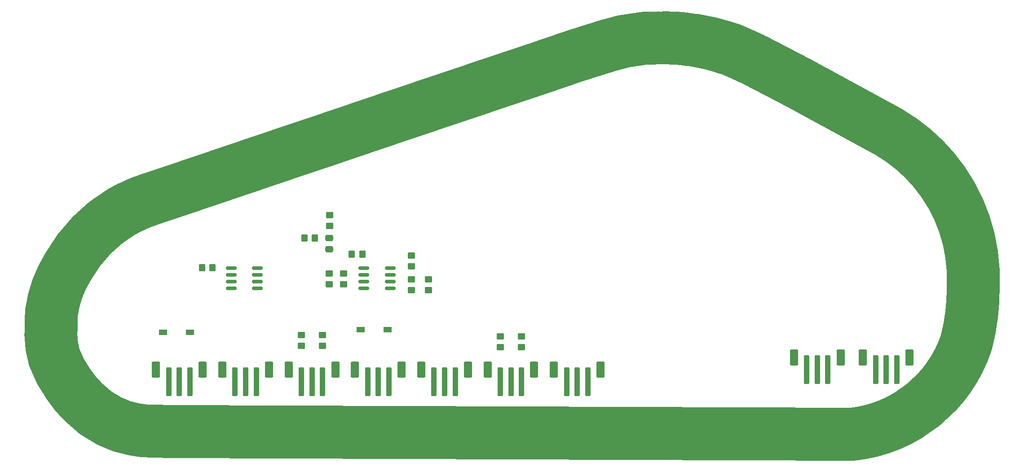
<source format=gbr>
%TF.GenerationSoftware,KiCad,Pcbnew,(6.0.1)*%
%TF.CreationDate,2022-02-21T20:53:04-05:00*%
%TF.ProjectId,uv_back,75765f62-6163-46b2-9e6b-696361645f70,rev?*%
%TF.SameCoordinates,Original*%
%TF.FileFunction,Soldermask,Bot*%
%TF.FilePolarity,Negative*%
%FSLAX46Y46*%
G04 Gerber Fmt 4.6, Leading zero omitted, Abs format (unit mm)*
G04 Created by KiCad (PCBNEW (6.0.1)) date 2022-02-21 20:53:04*
%MOMM*%
%LPD*%
G01*
G04 APERTURE LIST*
G04 Aperture macros list*
%AMRoundRect*
0 Rectangle with rounded corners*
0 $1 Rounding radius*
0 $2 $3 $4 $5 $6 $7 $8 $9 X,Y pos of 4 corners*
0 Add a 4 corners polygon primitive as box body*
4,1,4,$2,$3,$4,$5,$6,$7,$8,$9,$2,$3,0*
0 Add four circle primitives for the rounded corners*
1,1,$1+$1,$2,$3*
1,1,$1+$1,$4,$5*
1,1,$1+$1,$6,$7*
1,1,$1+$1,$8,$9*
0 Add four rect primitives between the rounded corners*
20,1,$1+$1,$2,$3,$4,$5,0*
20,1,$1+$1,$4,$5,$6,$7,0*
20,1,$1+$1,$6,$7,$8,$9,0*
20,1,$1+$1,$8,$9,$2,$3,0*%
G04 Aperture macros list end*
%ADD10C,10.000000*%
%ADD11RoundRect,0.250000X0.450000X-0.350000X0.450000X0.350000X-0.450000X0.350000X-0.450000X-0.350000X0*%
%ADD12RoundRect,0.250000X-0.350000X-0.450000X0.350000X-0.450000X0.350000X0.450000X-0.350000X0.450000X0*%
%ADD13RoundRect,0.250000X0.250000X2.500000X-0.250000X2.500000X-0.250000X-2.500000X0.250000X-2.500000X0*%
%ADD14RoundRect,0.250000X0.550000X1.250000X-0.550000X1.250000X-0.550000X-1.250000X0.550000X-1.250000X0*%
%ADD15RoundRect,0.150000X0.825000X0.150000X-0.825000X0.150000X-0.825000X-0.150000X0.825000X-0.150000X0*%
%ADD16RoundRect,0.250000X-0.450000X0.350000X-0.450000X-0.350000X0.450000X-0.350000X0.450000X0.350000X0*%
%ADD17R,1.600000X1.000000*%
%ADD18RoundRect,0.250000X0.475000X-0.337500X0.475000X0.337500X-0.475000X0.337500X-0.475000X-0.337500X0*%
G04 APERTURE END LIST*
D10*
X95993600Y-77296000D02*
X72701800Y-85144600D01*
X182099600Y-60354200D02*
X180042200Y-59389000D01*
X62973600Y-88929200D02*
G75*
G03*
X52788200Y-99343200I14138551J-24016102D01*
G01*
X115018200Y-70819000D02*
X100083000Y-75924400D01*
X200667000Y-130940800D02*
X72600200Y-130432800D01*
X215881600Y-80979000D02*
G75*
G03*
X207626600Y-74044800I-24517983J-20807284D01*
G01*
X135211200Y-64037200D02*
X115018200Y-70819000D01*
X222104600Y-113668800D02*
G75*
G03*
X223400000Y-102950000I-38476896J10087728D01*
G01*
X52864400Y-121517400D02*
G75*
G03*
X55734600Y-124946400I15707372J10231920D01*
G01*
X153905600Y-57839600D02*
X150832200Y-58830200D01*
X68764800Y-130356600D02*
X72600200Y-130432800D01*
X176587800Y-58017400D02*
G75*
G03*
X165259400Y-56188600I-11639838J-36101355D01*
G01*
X200667000Y-130940800D02*
G75*
G03*
X222104600Y-113668800I-2759009J25364340D01*
G01*
X65234200Y-130026400D02*
G75*
G03*
X68764800Y-130356600I3297520J16217866D01*
G01*
X60535200Y-128451600D02*
G75*
G03*
X65234200Y-130026400I7746940J15317865D01*
G01*
X141307200Y-62030600D02*
X135211200Y-64037200D01*
X50172000Y-116437400D02*
G75*
G03*
X52864400Y-121517400I18864321J6744604D01*
G01*
X65513600Y-87659200D02*
X64065800Y-88345000D01*
X165259400Y-56188600D02*
G75*
G03*
X157487000Y-56874400I-1052623J-32456774D01*
G01*
X150832200Y-58830200D02*
X147987400Y-59770000D01*
X157487000Y-56874400D02*
G75*
G03*
X153905600Y-57839600I10225116J-45067600D01*
G01*
X100083000Y-75924400D02*
X95993600Y-77296000D01*
X66732800Y-87202000D02*
X65513600Y-87659200D01*
X180042200Y-59389000D02*
X177781600Y-58423800D01*
X72701800Y-85144600D02*
X68637800Y-86516200D01*
X147987400Y-59770000D02*
X141307200Y-62030600D01*
X52788200Y-99343200D02*
G75*
G03*
X49638600Y-108055400I18320639J-11548620D01*
G01*
X64065800Y-88345000D02*
X62973600Y-88929200D01*
X49638600Y-108055400D02*
G75*
G03*
X49537000Y-112271800I44653915J-3185422D01*
G01*
X68637800Y-86516200D02*
X66732800Y-87202000D01*
X49537000Y-112271800D02*
G75*
G03*
X50172000Y-116437400I15231847J190728D01*
G01*
X55734600Y-124946400D02*
G75*
G03*
X60535200Y-128451600I12817572J12514534D01*
G01*
X177781600Y-58423800D02*
X176587800Y-58017400D01*
X207626600Y-74044800D02*
X190532400Y-64748400D01*
X190532400Y-64748400D02*
X182099600Y-60354200D01*
X223400001Y-102950000D02*
G75*
G03*
X215881600Y-80979000I-31719042J1417739D01*
G01*
D11*
%TO.C,R9*%
X102000000Y-102672353D03*
X102000000Y-100672353D03*
%TD*%
D12*
%TO.C,R10*%
X97325000Y-93950000D03*
X99325000Y-93950000D03*
%TD*%
D13*
%TO.C,J8*%
X196000000Y-118750000D03*
X194000000Y-118750000D03*
X192000000Y-118750000D03*
D14*
X198400000Y-116500000D03*
X189600000Y-116500000D03*
%TD*%
D15*
%TO.C,U1*%
X88475000Y-99595000D03*
X88475000Y-100865000D03*
X88475000Y-102135000D03*
X88475000Y-103405000D03*
X83525000Y-103405000D03*
X83525000Y-102135000D03*
X83525000Y-100865000D03*
X83525000Y-99595000D03*
%TD*%
D11*
%TO.C,R11*%
X102050000Y-91650000D03*
X102050000Y-89650000D03*
%TD*%
D16*
%TO.C,R7*%
X138250000Y-112500000D03*
X138250000Y-114500000D03*
%TD*%
D13*
%TO.C,J6*%
X138250000Y-121000000D03*
X136250000Y-121000000D03*
X134250000Y-121000000D03*
D14*
X131850000Y-118750000D03*
X140650000Y-118750000D03*
%TD*%
D13*
%TO.C,J7*%
X209000000Y-118750000D03*
X207000000Y-118750000D03*
X205000000Y-118750000D03*
D14*
X202600000Y-116500000D03*
X211400000Y-116500000D03*
%TD*%
D11*
%TO.C,C3*%
X104750000Y-102646953D03*
X104750000Y-100646953D03*
%TD*%
D17*
%TO.C,SW1*%
X107960000Y-111250000D03*
X113040000Y-111250000D03*
%TD*%
D16*
%TO.C,R8*%
X134250000Y-112500000D03*
X134250000Y-114500000D03*
%TD*%
D13*
%TO.C,J9*%
X150750000Y-121000000D03*
X148750000Y-121000000D03*
X146750000Y-121000000D03*
D14*
X153150000Y-118750000D03*
X144350000Y-118750000D03*
%TD*%
D18*
%TO.C,C4*%
X102025000Y-96037500D03*
X102025000Y-93962500D03*
%TD*%
D13*
%TO.C,J5*%
X100750000Y-121000000D03*
X98750000Y-121000000D03*
X96750000Y-121000000D03*
D14*
X103150000Y-118750000D03*
X94350000Y-118750000D03*
%TD*%
D17*
%TO.C,SW2*%
X70710000Y-111750000D03*
X75790000Y-111750000D03*
%TD*%
D15*
%TO.C,U2*%
X113475000Y-99595000D03*
X113475000Y-100865000D03*
X113475000Y-102135000D03*
X113475000Y-103405000D03*
X108525000Y-103405000D03*
X108525000Y-102135000D03*
X108525000Y-100865000D03*
X108525000Y-99595000D03*
%TD*%
D11*
%TO.C,R1*%
X117500000Y-99250000D03*
X117500000Y-97250000D03*
%TD*%
D12*
%TO.C,C1*%
X78000000Y-99500000D03*
X80000000Y-99500000D03*
%TD*%
D16*
%TO.C,R6*%
X96750000Y-112250000D03*
X96750000Y-114250000D03*
%TD*%
D11*
%TO.C,C5*%
X120750000Y-103750000D03*
X120750000Y-101750000D03*
%TD*%
D13*
%TO.C,J2*%
X75750000Y-121000000D03*
X73750000Y-121000000D03*
X71750000Y-121000000D03*
D14*
X78150000Y-118750000D03*
X69350000Y-118750000D03*
%TD*%
D12*
%TO.C,C2*%
X106250000Y-97000000D03*
X108250000Y-97000000D03*
%TD*%
D13*
%TO.C,J1*%
X113250000Y-121000000D03*
X111250000Y-121000000D03*
X109250000Y-121000000D03*
D14*
X106850000Y-118750000D03*
X115650000Y-118750000D03*
%TD*%
D16*
%TO.C,R5*%
X100750000Y-112250000D03*
X100750000Y-114250000D03*
%TD*%
D11*
%TO.C,R2*%
X117500000Y-103750000D03*
X117500000Y-101750000D03*
%TD*%
D13*
%TO.C,J4*%
X125750000Y-121000000D03*
X123750000Y-121000000D03*
X121750000Y-121000000D03*
D14*
X119350000Y-118750000D03*
X128150000Y-118750000D03*
%TD*%
D13*
%TO.C,J3*%
X88250000Y-121000000D03*
X86250000Y-121000000D03*
X84250000Y-121000000D03*
D14*
X90650000Y-118750000D03*
X81850000Y-118750000D03*
%TD*%
M02*

</source>
